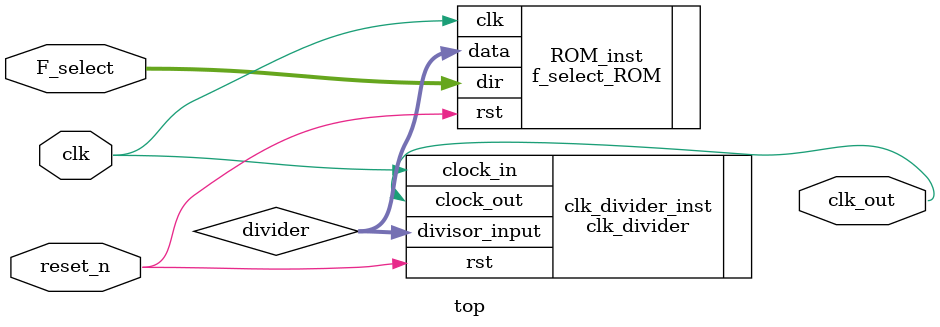
<source format=v>
module top (
    input clk,
    input reset_n,
    input [4:0] F_select,
    output reg clk_out
);

wire [27:0] divider;

f_select_ROM  ROM_inst (
	 .clk(clk),
    .dir(F_select),
    .rst(reset_n),
    .data(divider)
);

clk_divider clk_divider_inst (
    .clock_in(clk),
	.rst(reset_n),
    .divisor_input(divider),
    .clock_out (clk_out)
);

endmodule


</source>
